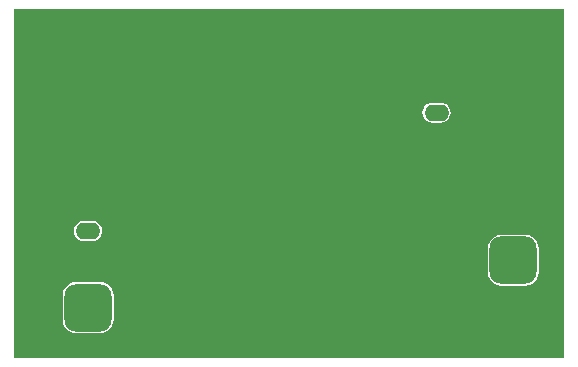
<source format=gbl>
G04*
G04 #@! TF.GenerationSoftware,Altium Limited,Altium Designer,21.1.1 (26)*
G04*
G04 Layer_Physical_Order=2*
G04 Layer_Color=16711680*
%FSLAX25Y25*%
%MOIN*%
G70*
G04*
G04 #@! TF.SameCoordinates,9BCB9740-BAEC-44A0-B6CA-C752D964FD41*
G04*
G04*
G04 #@! TF.FilePolarity,Positive*
G04*
G01*
G75*
G04:AMPARAMS|DCode=27|XSize=157.48mil|YSize=157.48mil|CornerRadius=39.37mil|HoleSize=0mil|Usage=FLASHONLY|Rotation=0.000|XOffset=0mil|YOffset=0mil|HoleType=Round|Shape=RoundedRectangle|*
%AMROUNDEDRECTD27*
21,1,0.15748,0.07874,0,0,0.0*
21,1,0.07874,0.15748,0,0,0.0*
1,1,0.07874,0.03937,-0.03937*
1,1,0.07874,-0.03937,-0.03937*
1,1,0.07874,-0.03937,0.03937*
1,1,0.07874,0.03937,0.03937*
%
%ADD27ROUNDEDRECTD27*%
%ADD28O,0.08268X0.05512*%
%ADD29C,0.02756*%
G36*
X489347Y270496D02*
X305929D01*
Y386984D01*
X489347D01*
Y270496D01*
D02*
G37*
%LPC*%
G36*
X448228Y355746D02*
X445472D01*
X444597Y355630D01*
X443781Y355292D01*
X443080Y354754D01*
X442542Y354054D01*
X442204Y353238D01*
X442089Y352362D01*
X442204Y351486D01*
X442542Y350671D01*
X443080Y349970D01*
X443781Y349432D01*
X444597Y349094D01*
X445472Y348979D01*
X448228D01*
X449104Y349094D01*
X449920Y349432D01*
X450621Y349970D01*
X451158Y350671D01*
X451496Y351486D01*
X451612Y352362D01*
X451496Y353238D01*
X451158Y354054D01*
X450621Y354754D01*
X449920Y355292D01*
X449104Y355630D01*
X448228Y355746D01*
D02*
G37*
G36*
X332087Y316375D02*
X329331D01*
X328455Y316260D01*
X327639Y315922D01*
X326938Y315385D01*
X326401Y314684D01*
X326063Y313868D01*
X325947Y312992D01*
X326063Y312117D01*
X326401Y311300D01*
X326938Y310600D01*
X327639Y310062D01*
X328455Y309724D01*
X329331Y309609D01*
X332087D01*
X332962Y309724D01*
X333778Y310062D01*
X334479Y310600D01*
X335017Y311300D01*
X335355Y312117D01*
X335470Y312992D01*
X335355Y313868D01*
X335017Y314684D01*
X334479Y315385D01*
X333778Y315922D01*
X332962Y316260D01*
X332087Y316375D01*
D02*
G37*
G36*
X476378Y311661D02*
X468504D01*
X467320Y311505D01*
X466217Y311048D01*
X465269Y310321D01*
X464542Y309374D01*
X464085Y308271D01*
X463929Y307087D01*
Y299213D01*
X464085Y298029D01*
X464542Y296925D01*
X465269Y295978D01*
X466217Y295251D01*
X467320Y294794D01*
X468504Y294638D01*
X476378D01*
X477562Y294794D01*
X478665Y295251D01*
X479613Y295978D01*
X480340Y296925D01*
X480797Y298029D01*
X480953Y299213D01*
Y307087D01*
X480797Y308271D01*
X480340Y309374D01*
X479613Y310321D01*
X478665Y311048D01*
X477562Y311505D01*
X476378Y311661D01*
D02*
G37*
G36*
X334646Y295913D02*
X326772D01*
X325588Y295757D01*
X324484Y295300D01*
X323537Y294573D01*
X322810Y293626D01*
X322353Y292523D01*
X322197Y291339D01*
Y283465D01*
X322353Y282281D01*
X322810Y281177D01*
X323537Y280230D01*
X324484Y279503D01*
X325588Y279046D01*
X326772Y278890D01*
X334646D01*
X335830Y279046D01*
X336933Y279503D01*
X337880Y280230D01*
X338607Y281177D01*
X339064Y282281D01*
X339220Y283465D01*
Y291339D01*
X339064Y292523D01*
X338607Y293626D01*
X337880Y294573D01*
X336933Y295300D01*
X335830Y295757D01*
X334646Y295913D01*
D02*
G37*
%LPD*%
D27*
X478346Y364173D02*
D03*
X330709Y368110D02*
D03*
X472441Y303150D02*
D03*
X330709Y287402D02*
D03*
D28*
X446850Y352362D02*
D03*
Y366142D02*
D03*
X330709Y312992D02*
D03*
Y326772D02*
D03*
D29*
X472441Y377953D02*
D03*
Y354331D02*
D03*
X478346Y342520D02*
D03*
X472441Y330709D02*
D03*
X478346Y318898D02*
D03*
X460630Y377953D02*
D03*
X466535Y366142D02*
D03*
X448819Y377953D02*
D03*
X454724Y366142D02*
D03*
X437008Y377953D02*
D03*
X425197D02*
D03*
X431102Y366142D02*
D03*
X425197Y354331D02*
D03*
Y283465D02*
D03*
X413386Y377953D02*
D03*
Y330709D02*
D03*
X419291Y318898D02*
D03*
X413386Y283465D02*
D03*
X401575Y377953D02*
D03*
X407480Y366142D02*
D03*
X401575Y354331D02*
D03*
Y330709D02*
D03*
X407480Y318898D02*
D03*
X401575Y307086D02*
D03*
X407480Y295275D02*
D03*
X401575Y283465D02*
D03*
X389764Y377953D02*
D03*
X395669Y295275D02*
D03*
X377953Y377953D02*
D03*
X383858Y295275D02*
D03*
X366142Y377953D02*
D03*
Y283465D02*
D03*
X354331Y377953D02*
D03*
X360236Y366142D02*
D03*
X354331Y354331D02*
D03*
X360236Y342520D02*
D03*
X354331Y330709D02*
D03*
Y283465D02*
D03*
X342520Y377953D02*
D03*
X348425Y366142D02*
D03*
X342520Y354331D02*
D03*
X348425Y342520D02*
D03*
X342520Y330709D02*
D03*
X330709Y377953D02*
D03*
Y354331D02*
D03*
X336614Y342520D02*
D03*
X318898Y377953D02*
D03*
Y354331D02*
D03*
X324803Y342520D02*
D03*
X318898Y330709D02*
D03*
M02*

</source>
